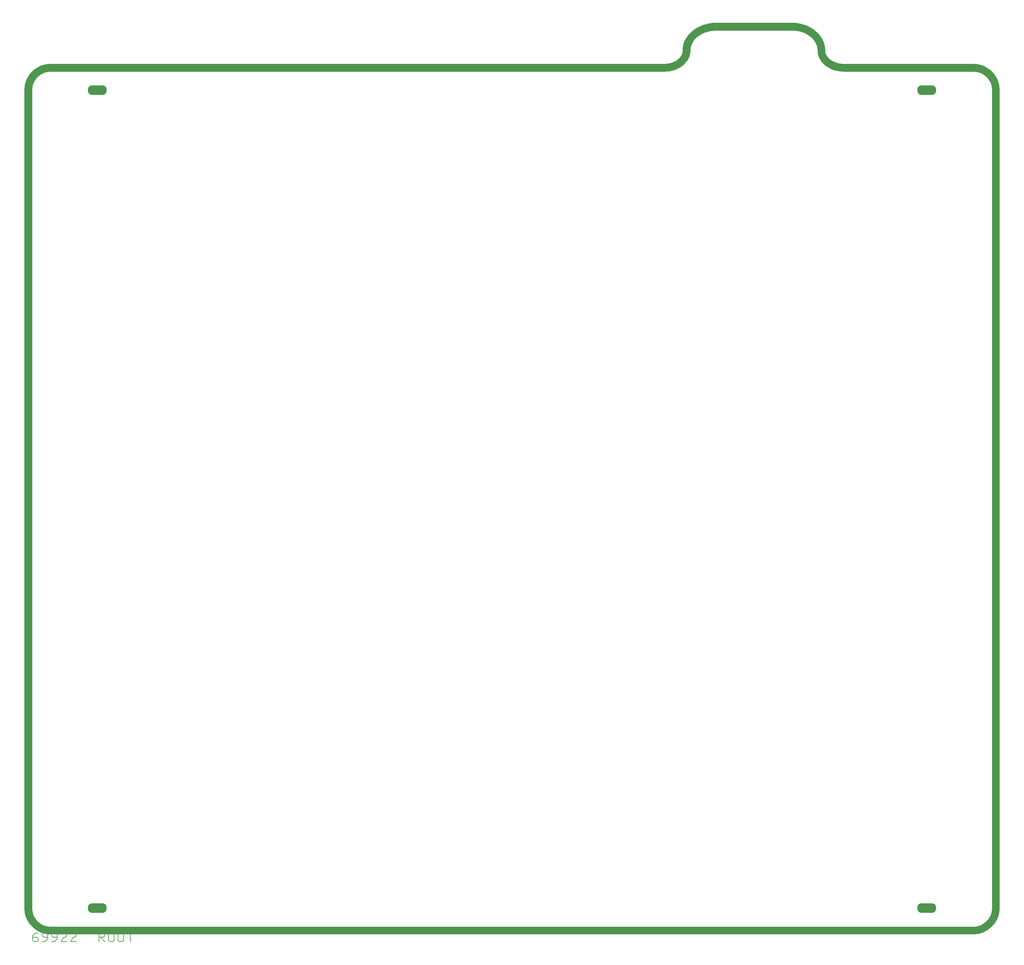
<source format=gbr>
*
%FSLAX26Y26*%
%MOIN*%
%ADD10C,0.078740*%
%ADD11C,0.001000*%
%ADD12C,0.008000*%
%IPPOS*%
%LNrout.gbr*%
%LPD*%
G75*
G54D10*
X8015235Y9488170D02*
X7206968D01*
X7195905Y9487708D01*
X7175512Y9486196D01*
X7164699Y9484917D01*
X7144848Y9481879D01*
X7134352Y9479779D01*
X7115324Y9475346D01*
X7105187Y9472517D01*
X7086911Y9466643D01*
X7077225Y9463100D01*
X7059841Y9455928D01*
X7050645Y9451748D01*
X7034039Y9443222D01*
X7025401Y9438303D01*
X7010284Y9428841D01*
X7002044Y9423306D01*
X6987711Y9412357D01*
X6980336Y9406211D01*
X6967522Y9394400D01*
X6960704Y9387580D01*
X6949247Y9374647D01*
X6943290Y9367295D01*
X6933217Y9353283D01*
X6928129Y9345195D01*
X6919977Y9330613D01*
X6915761Y9321917D01*
X6909321Y9306343D01*
X6906189Y9297083D01*
X6901904Y9280983D01*
X6899873Y9271503D01*
X6897607Y9254316D01*
X6896930Y9244535D01*
Y9229248D01*
X6896664Y9224262D01*
X6895105Y9212117D01*
X6894122Y9206993D01*
X6891221Y9195142D01*
X6889660Y9190390D01*
X6885265Y9178726D01*
X6883119Y9174088D01*
X6877244Y9162683D01*
X6874554Y9158153D01*
X6867342Y9147291D01*
X6864080Y9142870D01*
X6855797Y9132879D01*
X6851909Y9128691D01*
X6842184Y9119055D01*
X6837827Y9115148D01*
X6827015Y9106358D01*
X6822006Y9102680D01*
X6810119Y9094637D01*
X6804765Y9091377D01*
X6795570Y9086316D01*
G02X6779448Y9078472I-70471J124363D01*
G01X6772360Y9075302D01*
X6766040Y9072902D01*
X6751250Y9067757D01*
X6744566Y9065744D01*
X6729355Y9061874D01*
X6722291Y9060412D01*
X6706387Y9057777D01*
X6698989Y9056873D01*
X6682415Y9055499D01*
X6674845Y9055170D01*
X194959D01*
X150674Y9050799D01*
X106347Y9037344D01*
X65559Y9015511D01*
X29619Y8986182D01*
X289Y8950240D01*
X-21544Y8909453D01*
X-34997Y8865130D01*
X-39370Y8820912D01*
Y194858D01*
X-34997Y150669D01*
X-21545Y106348D01*
X289Y65560D01*
X29593Y29650D01*
X65560Y178D01*
X106346Y-21534D01*
X150676Y-35109D01*
X195030Y-39370D01*
X9923087D01*
X9967426Y-35109D01*
X10011754Y-21534D01*
X10052569Y194D01*
X10088397Y29650D01*
X10117793Y65525D01*
X10139644Y106347D01*
X10153097Y150670D01*
X10157470Y194889D01*
Y8820942D01*
X10153097Y8865131D01*
X10139644Y8909453D01*
X10117792Y8950276D01*
X10088370Y8986182D01*
X10052569Y9015496D01*
X10011754Y9037344D01*
X9967424Y9050799D01*
X9923125Y9055170D01*
X8547439Y9055270D01*
X8539629Y9055602D01*
X8522630Y9056981D01*
X8514896Y9057905D01*
X8506509Y9059225D01*
G02X8484072Y9063813I29281J200344D01*
G01X8475738Y9065920D01*
X8468840Y9067891D01*
X8454048Y9072912D01*
X8447443Y9075471D01*
X8433352Y9081485D01*
X8427428Y9084407D01*
X8414048Y9091598D01*
X8408410Y9094933D01*
X8396493Y9102731D01*
X8391417Y9106480D01*
X8380257Y9115318D01*
X8375661Y9119369D01*
X8370214Y9124529D01*
G02X8357917Y9137728I76134J83254D01*
G01X8353261Y9143130D01*
X8349968Y9147497D01*
X8342698Y9158102D01*
X8340004Y9162641D01*
X8333957Y9173956D01*
X8331830Y9178553D01*
X8327354Y9189992D01*
X8325812Y9194898D01*
X8324055Y9201466D01*
G02X8321023Y9217218I87402J24987D01*
G01X8320209Y9223915D01*
X8319870Y9228923D01*
Y9243945D01*
X8319198Y9253748D01*
X8318240Y9261299D01*
G03X8312789Y9289030I-141796J-13475D01*
G01X8310829Y9296530D01*
X8307738Y9305669D01*
X8304908Y9312693D01*
G03X8293086Y9337934I-142411J-51313D01*
G01X8289362Y9344635D01*
X8284367Y9352704D01*
X8274659Y9366524D01*
X8268750Y9374102D01*
X8257488Y9386956D01*
X8250904Y9393788D01*
X8238166Y9405843D01*
X8230739Y9412033D01*
X8216985Y9422790D01*
X8208858Y9428454D01*
X8193843Y9438057D01*
X8185320Y9442979D01*
X8169103Y9451530D01*
X8159992Y9455725D01*
X8143000Y9462914D01*
X8133373Y9466478D01*
X8115500Y9472362D01*
X8105497Y9475187D01*
X8086780Y9479730D01*
X8076390Y9481855D01*
X8056875Y9484907D01*
X8046230Y9486193D01*
X8026120Y9487707D01*
X8015235Y9488170D01*
X9370071Y206621D02*
X9370090Y187011D01*
X9488130D01*
X9488125Y206621D01*
X9370071D01*
X9370070Y8828818D02*
X9370074Y8809083D01*
X9488130D01*
X9488128Y8828818D01*
X9370070D01*
X629870D02*
X629874Y8809083D01*
X748030D01*
X748026Y8828818D01*
X629870D01*
X748004Y206621D02*
X629871D01*
X629896Y187011D01*
X748029D01*
X748004Y206621D01*
G54D11*
X8014396Y9448800D02*
X8023813Y9448399D01*
X8042398Y9447000D01*
X8051474Y9445903D01*
X8069401Y9443100D01*
X8078195Y9441301D01*
X8095500Y9437100D01*
X8104000Y9434699D01*
X8120382Y9429306D01*
X8128488Y9426305D01*
X8144094Y9419702D01*
X8151681Y9416208D01*
X8166285Y9408508D01*
X8173390Y9404405D01*
X8186983Y9395711D01*
X8193595Y9391103D01*
X8205997Y9381402D01*
X8212013Y9376388D01*
X8223192Y9365807D01*
X8228498Y9360302D01*
X8238393Y9349009D01*
X8243005Y9343094D01*
X8251493Y9331009D01*
X8255400Y9324700D01*
X8258915Y9318375D01*
G02X8268093Y9298720I-96418J-56994D01*
G01X8270807Y9291980D01*
X8273089Y9285234D01*
X8274904Y9278286D01*
G02X8279098Y9257018I-98460J-30463D01*
G01X8279997Y9249924D01*
X8280500Y9242578D01*
Y9227594D01*
X8280999Y9220209D01*
X8281901Y9212793D01*
G03X8286099Y9191002I129555J13660D01*
G01X8287999Y9183903D01*
X8290200Y9176901D01*
X8295599Y9163101D01*
X8298702Y9156396D01*
X8305697Y9143305D01*
X8309501Y9136899D01*
X8317998Y9124503D01*
X8322601Y9118399D01*
X8327612Y9112585D01*
G03X8343362Y9095735I118736J95198D01*
G01X8349099Y9090301D01*
X8355002Y9085098D01*
X8367492Y9075206D01*
X8374002Y9070399D01*
X8387598Y9061501D01*
X8394696Y9057302D01*
X8409395Y9049403D01*
X8416906Y9045698D01*
X8432598Y9039001D01*
X8440605Y9035898D01*
X8457097Y9030301D01*
X8465500Y9027900D01*
X8474217Y9025696D01*
G03X8500592Y9020301I61574J233873D01*
G01X8509500Y9018900D01*
X8518703Y9017800D01*
X8537200Y9016300D01*
X8546598Y9015900D01*
X9921186Y9015800D01*
X9959700Y9012000D01*
X9996599Y9000800D01*
X10030601Y8982599D01*
X10060399Y8958201D01*
X10084899Y8928302D01*
X10103100Y8894299D01*
X10114300Y8857402D01*
X10118100Y8818983D01*
X10118098Y196809D01*
X10114299Y158398D01*
X10103100Y121501D01*
X10084899Y87499D01*
X10060401Y57601D01*
X10030600Y33100D01*
X9996601Y15000D01*
X9959700Y3700D01*
X9921200Y0D01*
X196916D01*
X158400Y3700D01*
X121499Y15000D01*
X87499Y33100D01*
X57599Y57601D01*
X33201Y87499D01*
X14999Y121501D01*
X3800Y158398D01*
X0Y196817D01*
X2Y8818991D01*
X3801Y8857402D01*
X15000Y8894299D01*
X33201Y8928301D01*
X57601Y8958200D01*
X87498Y8982599D01*
X121501Y9000800D01*
X158399Y9012000D01*
X196897Y9015800D01*
X6675700D01*
X6684897Y9016200D01*
X6703008Y9017701D01*
X6711993Y9018799D01*
X6729500Y9021700D01*
X6738200Y9023500D01*
X6755102Y9027801D01*
X6763398Y9030300D01*
X6779501Y9035900D01*
X6787398Y9038899D01*
X6795018Y9042307D01*
G03X6814757Y9051936I-69918J168372D01*
G01X6824504Y9057302D01*
X6831399Y9061499D01*
X6844696Y9070497D01*
X6851096Y9075197D01*
X6863401Y9085201D01*
X6869198Y9090398D01*
X6880202Y9101303D01*
X6885400Y9106900D01*
X6895100Y9118600D01*
X6899602Y9124702D01*
X6907900Y9137201D01*
X6911701Y9143602D01*
X6918501Y9156801D01*
X6921599Y9163498D01*
X6926800Y9177299D01*
X6929100Y9184301D01*
X6932600Y9198599D01*
X6933999Y9205895D01*
X6935900Y9220702D01*
X6936300Y9228200D01*
X6936301Y9243184D01*
X6936801Y9250395D01*
X6938699Y9264795D01*
X6940198Y9271788D01*
X6943900Y9285700D01*
X6946204Y9292508D01*
X6951701Y9305802D01*
X6954902Y9312404D01*
X6961995Y9325092D01*
X6965893Y9331289D01*
X6974593Y9343390D01*
X6979291Y9349190D01*
X6989394Y9360592D01*
X6994805Y9366004D01*
X7006291Y9376591D01*
X7012281Y9381584D01*
X7024988Y9391291D01*
X7031710Y9395806D01*
X7045591Y9404494D01*
X7052796Y9408597D01*
X7067797Y9416299D01*
X7075499Y9419799D01*
X7091498Y9426400D01*
X7099699Y9429400D01*
X7116514Y9434804D01*
X7125085Y9437196D01*
X7142694Y9441298D01*
X7151694Y9443099D01*
X7169999Y9445900D01*
X7179296Y9446999D01*
X7198191Y9448399D01*
X7207803Y9448800D01*
X8014396D01*
G54D12*
X68927Y-64609D02*
X38464D01*
X8000Y-95073D01*
Y-140768D01*
X23232Y-156000D01*
X53695D01*
X68927Y-140768D01*
Y-125536D01*
X53695Y-110305D01*
X8000D01*
X108000Y-156000D02*
X138464D01*
X168927Y-125536D01*
Y-79841D01*
X153695Y-64609D01*
X123232D01*
X108000Y-79841D01*
Y-95073D01*
X123232Y-110305D01*
X168927D01*
X208000Y-156000D02*
X238464D01*
X268927Y-125536D01*
Y-79841D01*
X253695Y-64609D01*
X223232D01*
X208000Y-79841D01*
Y-95073D01*
X223232Y-110305D01*
X268927D01*
X308000Y-79841D02*
X323232Y-64609D01*
X353695D01*
X368927Y-79841D01*
Y-95073D01*
X353695Y-110305D01*
X338464D01*
X308000Y-156000D01*
X368927D01*
X408000Y-79841D02*
X423232Y-64609D01*
X453695D01*
X468927Y-79841D01*
Y-95073D01*
X453695Y-110305D01*
X438464D01*
X408000Y-156000D01*
X468927D01*
X708000D02*
Y-64609D01*
X753695D01*
X768927Y-79841D01*
Y-95073D01*
X753695Y-110305D01*
X708000D01*
X723232D02*
X768927Y-156000D01*
X808000Y-140768D02*
Y-79841D01*
X823232Y-64609D01*
X853695D01*
X868927Y-79841D01*
Y-140768D01*
X853695Y-156000D01*
X823232D01*
X808000Y-140768D01*
X908000Y-64609D02*
Y-140768D01*
X923232Y-156000D01*
X953695D01*
X968927Y-140768D01*
Y-64609D01*
X1008000D02*
X1068927D01*
X1038464D02*
Y-156000D01*
M02*

</source>
